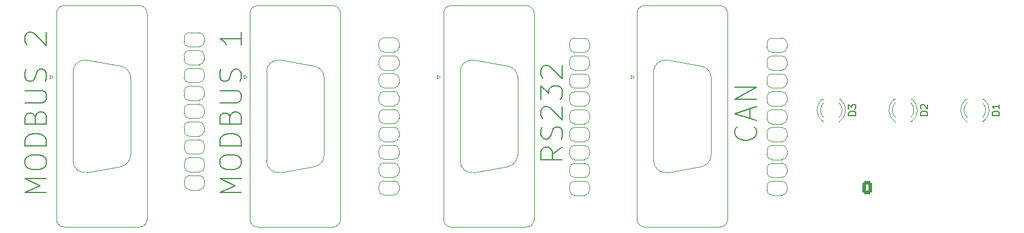
<source format=gto>
G04 #@! TF.GenerationSoftware,KiCad,Pcbnew,8.0.8*
G04 #@! TF.CreationDate,2025-02-25T20:07:16+01:00*
G04 #@! TF.ProjectId,OverlordInterface,4f766572-6c6f-4726-9449-6e7465726661,rev?*
G04 #@! TF.SameCoordinates,Original*
G04 #@! TF.FileFunction,Legend,Top*
G04 #@! TF.FilePolarity,Positive*
%FSLAX46Y46*%
G04 Gerber Fmt 4.6, Leading zero omitted, Abs format (unit mm)*
G04 Created by KiCad (PCBNEW 8.0.8) date 2025-02-25 20:07:16*
%MOMM*%
%LPD*%
G01*
G04 APERTURE LIST*
G04 Aperture macros list*
%AMRoundRect*
0 Rectangle with rounded corners*
0 $1 Rounding radius*
0 $2 $3 $4 $5 $6 $7 $8 $9 X,Y pos of 4 corners*
0 Add a 4 corners polygon primitive as box body*
4,1,4,$2,$3,$4,$5,$6,$7,$8,$9,$2,$3,0*
0 Add four circle primitives for the rounded corners*
1,1,$1+$1,$2,$3*
1,1,$1+$1,$4,$5*
1,1,$1+$1,$6,$7*
1,1,$1+$1,$8,$9*
0 Add four rect primitives between the rounded corners*
20,1,$1+$1,$2,$3,$4,$5,0*
20,1,$1+$1,$4,$5,$6,$7,0*
20,1,$1+$1,$6,$7,$8,$9,0*
20,1,$1+$1,$8,$9,$2,$3,0*%
%AMFreePoly0*
4,1,19,0.500000,-0.750000,0.000000,-0.750000,0.000000,-0.744911,-0.071157,-0.744911,-0.207708,-0.704816,-0.327430,-0.627875,-0.420627,-0.520320,-0.479746,-0.390866,-0.500000,-0.250000,-0.500000,0.250000,-0.479746,0.390866,-0.420627,0.520320,-0.327430,0.627875,-0.207708,0.704816,-0.071157,0.744911,0.000000,0.744911,0.000000,0.750000,0.500000,0.750000,0.500000,-0.750000,0.500000,-0.750000,
$1*%
%AMFreePoly1*
4,1,19,0.000000,0.744911,0.071157,0.744911,0.207708,0.704816,0.327430,0.627875,0.420627,0.520320,0.479746,0.390866,0.500000,0.250000,0.500000,-0.250000,0.479746,-0.390866,0.420627,-0.520320,0.327430,-0.627875,0.207708,-0.704816,0.071157,-0.744911,0.000000,-0.744911,0.000000,-0.750000,-0.500000,-0.750000,-0.500000,0.750000,0.000000,0.750000,0.000000,0.744911,0.000000,0.744911,
$1*%
G04 Aperture macros list end*
%ADD10C,0.150000*%
%ADD11C,0.120000*%
%ADD12FreePoly0,180.000000*%
%ADD13FreePoly1,180.000000*%
%ADD14R,1.800000X1.800000*%
%ADD15C,1.800000*%
%ADD16C,4.000000*%
%ADD17R,1.600000X1.600000*%
%ADD18C,1.600000*%
%ADD19C,1.500000*%
%ADD20RoundRect,0.250000X-0.400000X0.650000X-0.400000X-0.650000X0.400000X-0.650000X0.400000X0.650000X0*%
%ADD21O,1.300000X1.800000*%
G04 APERTURE END LIST*
D10*
X164365057Y-97524173D02*
X162936485Y-98524173D01*
X164365057Y-99238459D02*
X161365057Y-99238459D01*
X161365057Y-99238459D02*
X161365057Y-98095602D01*
X161365057Y-98095602D02*
X161507914Y-97809887D01*
X161507914Y-97809887D02*
X161650771Y-97667030D01*
X161650771Y-97667030D02*
X161936485Y-97524173D01*
X161936485Y-97524173D02*
X162365057Y-97524173D01*
X162365057Y-97524173D02*
X162650771Y-97667030D01*
X162650771Y-97667030D02*
X162793628Y-97809887D01*
X162793628Y-97809887D02*
X162936485Y-98095602D01*
X162936485Y-98095602D02*
X162936485Y-99238459D01*
X164222200Y-96381316D02*
X164365057Y-95952745D01*
X164365057Y-95952745D02*
X164365057Y-95238459D01*
X164365057Y-95238459D02*
X164222200Y-94952745D01*
X164222200Y-94952745D02*
X164079342Y-94809887D01*
X164079342Y-94809887D02*
X163793628Y-94667030D01*
X163793628Y-94667030D02*
X163507914Y-94667030D01*
X163507914Y-94667030D02*
X163222200Y-94809887D01*
X163222200Y-94809887D02*
X163079342Y-94952745D01*
X163079342Y-94952745D02*
X162936485Y-95238459D01*
X162936485Y-95238459D02*
X162793628Y-95809887D01*
X162793628Y-95809887D02*
X162650771Y-96095602D01*
X162650771Y-96095602D02*
X162507914Y-96238459D01*
X162507914Y-96238459D02*
X162222200Y-96381316D01*
X162222200Y-96381316D02*
X161936485Y-96381316D01*
X161936485Y-96381316D02*
X161650771Y-96238459D01*
X161650771Y-96238459D02*
X161507914Y-96095602D01*
X161507914Y-96095602D02*
X161365057Y-95809887D01*
X161365057Y-95809887D02*
X161365057Y-95095602D01*
X161365057Y-95095602D02*
X161507914Y-94667030D01*
X161650771Y-93524173D02*
X161507914Y-93381316D01*
X161507914Y-93381316D02*
X161365057Y-93095602D01*
X161365057Y-93095602D02*
X161365057Y-92381316D01*
X161365057Y-92381316D02*
X161507914Y-92095602D01*
X161507914Y-92095602D02*
X161650771Y-91952744D01*
X161650771Y-91952744D02*
X161936485Y-91809887D01*
X161936485Y-91809887D02*
X162222200Y-91809887D01*
X162222200Y-91809887D02*
X162650771Y-91952744D01*
X162650771Y-91952744D02*
X164365057Y-93667030D01*
X164365057Y-93667030D02*
X164365057Y-91809887D01*
X161365057Y-90809887D02*
X161365057Y-88952744D01*
X161365057Y-88952744D02*
X162507914Y-89952744D01*
X162507914Y-89952744D02*
X162507914Y-89524173D01*
X162507914Y-89524173D02*
X162650771Y-89238459D01*
X162650771Y-89238459D02*
X162793628Y-89095601D01*
X162793628Y-89095601D02*
X163079342Y-88952744D01*
X163079342Y-88952744D02*
X163793628Y-88952744D01*
X163793628Y-88952744D02*
X164079342Y-89095601D01*
X164079342Y-89095601D02*
X164222200Y-89238459D01*
X164222200Y-89238459D02*
X164365057Y-89524173D01*
X164365057Y-89524173D02*
X164365057Y-90381316D01*
X164365057Y-90381316D02*
X164222200Y-90667030D01*
X164222200Y-90667030D02*
X164079342Y-90809887D01*
X161650771Y-87809887D02*
X161507914Y-87667030D01*
X161507914Y-87667030D02*
X161365057Y-87381316D01*
X161365057Y-87381316D02*
X161365057Y-86667030D01*
X161365057Y-86667030D02*
X161507914Y-86381316D01*
X161507914Y-86381316D02*
X161650771Y-86238458D01*
X161650771Y-86238458D02*
X161936485Y-86095601D01*
X161936485Y-86095601D02*
X162222200Y-86095601D01*
X162222200Y-86095601D02*
X162650771Y-86238458D01*
X162650771Y-86238458D02*
X164365057Y-87952744D01*
X164365057Y-87952744D02*
X164365057Y-86095601D01*
X191099342Y-94667030D02*
X191242200Y-94809887D01*
X191242200Y-94809887D02*
X191385057Y-95238459D01*
X191385057Y-95238459D02*
X191385057Y-95524173D01*
X191385057Y-95524173D02*
X191242200Y-95952744D01*
X191242200Y-95952744D02*
X190956485Y-96238459D01*
X190956485Y-96238459D02*
X190670771Y-96381316D01*
X190670771Y-96381316D02*
X190099342Y-96524173D01*
X190099342Y-96524173D02*
X189670771Y-96524173D01*
X189670771Y-96524173D02*
X189099342Y-96381316D01*
X189099342Y-96381316D02*
X188813628Y-96238459D01*
X188813628Y-96238459D02*
X188527914Y-95952744D01*
X188527914Y-95952744D02*
X188385057Y-95524173D01*
X188385057Y-95524173D02*
X188385057Y-95238459D01*
X188385057Y-95238459D02*
X188527914Y-94809887D01*
X188527914Y-94809887D02*
X188670771Y-94667030D01*
X190527914Y-93524173D02*
X190527914Y-92095602D01*
X191385057Y-93809887D02*
X188385057Y-92809887D01*
X188385057Y-92809887D02*
X191385057Y-91809887D01*
X191385057Y-90809887D02*
X188385057Y-90809887D01*
X188385057Y-90809887D02*
X191385057Y-89095601D01*
X191385057Y-89095601D02*
X188385057Y-89095601D01*
X119625057Y-103877030D02*
X116625057Y-103877030D01*
X116625057Y-103877030D02*
X118767914Y-102877030D01*
X118767914Y-102877030D02*
X116625057Y-101877030D01*
X116625057Y-101877030D02*
X119625057Y-101877030D01*
X116625057Y-99877030D02*
X116625057Y-99305602D01*
X116625057Y-99305602D02*
X116767914Y-99019887D01*
X116767914Y-99019887D02*
X117053628Y-98734173D01*
X117053628Y-98734173D02*
X117625057Y-98591316D01*
X117625057Y-98591316D02*
X118625057Y-98591316D01*
X118625057Y-98591316D02*
X119196485Y-98734173D01*
X119196485Y-98734173D02*
X119482200Y-99019887D01*
X119482200Y-99019887D02*
X119625057Y-99305602D01*
X119625057Y-99305602D02*
X119625057Y-99877030D01*
X119625057Y-99877030D02*
X119482200Y-100162745D01*
X119482200Y-100162745D02*
X119196485Y-100448459D01*
X119196485Y-100448459D02*
X118625057Y-100591316D01*
X118625057Y-100591316D02*
X117625057Y-100591316D01*
X117625057Y-100591316D02*
X117053628Y-100448459D01*
X117053628Y-100448459D02*
X116767914Y-100162745D01*
X116767914Y-100162745D02*
X116625057Y-99877030D01*
X119625057Y-97305602D02*
X116625057Y-97305602D01*
X116625057Y-97305602D02*
X116625057Y-96591316D01*
X116625057Y-96591316D02*
X116767914Y-96162745D01*
X116767914Y-96162745D02*
X117053628Y-95877030D01*
X117053628Y-95877030D02*
X117339342Y-95734173D01*
X117339342Y-95734173D02*
X117910771Y-95591316D01*
X117910771Y-95591316D02*
X118339342Y-95591316D01*
X118339342Y-95591316D02*
X118910771Y-95734173D01*
X118910771Y-95734173D02*
X119196485Y-95877030D01*
X119196485Y-95877030D02*
X119482200Y-96162745D01*
X119482200Y-96162745D02*
X119625057Y-96591316D01*
X119625057Y-96591316D02*
X119625057Y-97305602D01*
X118053628Y-93305602D02*
X118196485Y-92877030D01*
X118196485Y-92877030D02*
X118339342Y-92734173D01*
X118339342Y-92734173D02*
X118625057Y-92591316D01*
X118625057Y-92591316D02*
X119053628Y-92591316D01*
X119053628Y-92591316D02*
X119339342Y-92734173D01*
X119339342Y-92734173D02*
X119482200Y-92877030D01*
X119482200Y-92877030D02*
X119625057Y-93162745D01*
X119625057Y-93162745D02*
X119625057Y-94305602D01*
X119625057Y-94305602D02*
X116625057Y-94305602D01*
X116625057Y-94305602D02*
X116625057Y-93305602D01*
X116625057Y-93305602D02*
X116767914Y-93019888D01*
X116767914Y-93019888D02*
X116910771Y-92877030D01*
X116910771Y-92877030D02*
X117196485Y-92734173D01*
X117196485Y-92734173D02*
X117482200Y-92734173D01*
X117482200Y-92734173D02*
X117767914Y-92877030D01*
X117767914Y-92877030D02*
X117910771Y-93019888D01*
X117910771Y-93019888D02*
X118053628Y-93305602D01*
X118053628Y-93305602D02*
X118053628Y-94305602D01*
X116625057Y-91305602D02*
X119053628Y-91305602D01*
X119053628Y-91305602D02*
X119339342Y-91162745D01*
X119339342Y-91162745D02*
X119482200Y-91019888D01*
X119482200Y-91019888D02*
X119625057Y-90734173D01*
X119625057Y-90734173D02*
X119625057Y-90162745D01*
X119625057Y-90162745D02*
X119482200Y-89877030D01*
X119482200Y-89877030D02*
X119339342Y-89734173D01*
X119339342Y-89734173D02*
X119053628Y-89591316D01*
X119053628Y-89591316D02*
X116625057Y-89591316D01*
X119482200Y-88305602D02*
X119625057Y-87877031D01*
X119625057Y-87877031D02*
X119625057Y-87162745D01*
X119625057Y-87162745D02*
X119482200Y-86877031D01*
X119482200Y-86877031D02*
X119339342Y-86734173D01*
X119339342Y-86734173D02*
X119053628Y-86591316D01*
X119053628Y-86591316D02*
X118767914Y-86591316D01*
X118767914Y-86591316D02*
X118482200Y-86734173D01*
X118482200Y-86734173D02*
X118339342Y-86877031D01*
X118339342Y-86877031D02*
X118196485Y-87162745D01*
X118196485Y-87162745D02*
X118053628Y-87734173D01*
X118053628Y-87734173D02*
X117910771Y-88019888D01*
X117910771Y-88019888D02*
X117767914Y-88162745D01*
X117767914Y-88162745D02*
X117482200Y-88305602D01*
X117482200Y-88305602D02*
X117196485Y-88305602D01*
X117196485Y-88305602D02*
X116910771Y-88162745D01*
X116910771Y-88162745D02*
X116767914Y-88019888D01*
X116767914Y-88019888D02*
X116625057Y-87734173D01*
X116625057Y-87734173D02*
X116625057Y-87019888D01*
X116625057Y-87019888D02*
X116767914Y-86591316D01*
X119625057Y-81448459D02*
X119625057Y-83162745D01*
X119625057Y-82305602D02*
X116625057Y-82305602D01*
X116625057Y-82305602D02*
X117053628Y-82591316D01*
X117053628Y-82591316D02*
X117339342Y-82877031D01*
X117339342Y-82877031D02*
X117482200Y-83162745D01*
X92485057Y-103877030D02*
X89485057Y-103877030D01*
X89485057Y-103877030D02*
X91627914Y-102877030D01*
X91627914Y-102877030D02*
X89485057Y-101877030D01*
X89485057Y-101877030D02*
X92485057Y-101877030D01*
X89485057Y-99877030D02*
X89485057Y-99305602D01*
X89485057Y-99305602D02*
X89627914Y-99019887D01*
X89627914Y-99019887D02*
X89913628Y-98734173D01*
X89913628Y-98734173D02*
X90485057Y-98591316D01*
X90485057Y-98591316D02*
X91485057Y-98591316D01*
X91485057Y-98591316D02*
X92056485Y-98734173D01*
X92056485Y-98734173D02*
X92342200Y-99019887D01*
X92342200Y-99019887D02*
X92485057Y-99305602D01*
X92485057Y-99305602D02*
X92485057Y-99877030D01*
X92485057Y-99877030D02*
X92342200Y-100162745D01*
X92342200Y-100162745D02*
X92056485Y-100448459D01*
X92056485Y-100448459D02*
X91485057Y-100591316D01*
X91485057Y-100591316D02*
X90485057Y-100591316D01*
X90485057Y-100591316D02*
X89913628Y-100448459D01*
X89913628Y-100448459D02*
X89627914Y-100162745D01*
X89627914Y-100162745D02*
X89485057Y-99877030D01*
X92485057Y-97305602D02*
X89485057Y-97305602D01*
X89485057Y-97305602D02*
X89485057Y-96591316D01*
X89485057Y-96591316D02*
X89627914Y-96162745D01*
X89627914Y-96162745D02*
X89913628Y-95877030D01*
X89913628Y-95877030D02*
X90199342Y-95734173D01*
X90199342Y-95734173D02*
X90770771Y-95591316D01*
X90770771Y-95591316D02*
X91199342Y-95591316D01*
X91199342Y-95591316D02*
X91770771Y-95734173D01*
X91770771Y-95734173D02*
X92056485Y-95877030D01*
X92056485Y-95877030D02*
X92342200Y-96162745D01*
X92342200Y-96162745D02*
X92485057Y-96591316D01*
X92485057Y-96591316D02*
X92485057Y-97305602D01*
X90913628Y-93305602D02*
X91056485Y-92877030D01*
X91056485Y-92877030D02*
X91199342Y-92734173D01*
X91199342Y-92734173D02*
X91485057Y-92591316D01*
X91485057Y-92591316D02*
X91913628Y-92591316D01*
X91913628Y-92591316D02*
X92199342Y-92734173D01*
X92199342Y-92734173D02*
X92342200Y-92877030D01*
X92342200Y-92877030D02*
X92485057Y-93162745D01*
X92485057Y-93162745D02*
X92485057Y-94305602D01*
X92485057Y-94305602D02*
X89485057Y-94305602D01*
X89485057Y-94305602D02*
X89485057Y-93305602D01*
X89485057Y-93305602D02*
X89627914Y-93019888D01*
X89627914Y-93019888D02*
X89770771Y-92877030D01*
X89770771Y-92877030D02*
X90056485Y-92734173D01*
X90056485Y-92734173D02*
X90342200Y-92734173D01*
X90342200Y-92734173D02*
X90627914Y-92877030D01*
X90627914Y-92877030D02*
X90770771Y-93019888D01*
X90770771Y-93019888D02*
X90913628Y-93305602D01*
X90913628Y-93305602D02*
X90913628Y-94305602D01*
X89485057Y-91305602D02*
X91913628Y-91305602D01*
X91913628Y-91305602D02*
X92199342Y-91162745D01*
X92199342Y-91162745D02*
X92342200Y-91019888D01*
X92342200Y-91019888D02*
X92485057Y-90734173D01*
X92485057Y-90734173D02*
X92485057Y-90162745D01*
X92485057Y-90162745D02*
X92342200Y-89877030D01*
X92342200Y-89877030D02*
X92199342Y-89734173D01*
X92199342Y-89734173D02*
X91913628Y-89591316D01*
X91913628Y-89591316D02*
X89485057Y-89591316D01*
X92342200Y-88305602D02*
X92485057Y-87877031D01*
X92485057Y-87877031D02*
X92485057Y-87162745D01*
X92485057Y-87162745D02*
X92342200Y-86877031D01*
X92342200Y-86877031D02*
X92199342Y-86734173D01*
X92199342Y-86734173D02*
X91913628Y-86591316D01*
X91913628Y-86591316D02*
X91627914Y-86591316D01*
X91627914Y-86591316D02*
X91342200Y-86734173D01*
X91342200Y-86734173D02*
X91199342Y-86877031D01*
X91199342Y-86877031D02*
X91056485Y-87162745D01*
X91056485Y-87162745D02*
X90913628Y-87734173D01*
X90913628Y-87734173D02*
X90770771Y-88019888D01*
X90770771Y-88019888D02*
X90627914Y-88162745D01*
X90627914Y-88162745D02*
X90342200Y-88305602D01*
X90342200Y-88305602D02*
X90056485Y-88305602D01*
X90056485Y-88305602D02*
X89770771Y-88162745D01*
X89770771Y-88162745D02*
X89627914Y-88019888D01*
X89627914Y-88019888D02*
X89485057Y-87734173D01*
X89485057Y-87734173D02*
X89485057Y-87019888D01*
X89485057Y-87019888D02*
X89627914Y-86591316D01*
X89770771Y-83162745D02*
X89627914Y-83019888D01*
X89627914Y-83019888D02*
X89485057Y-82734174D01*
X89485057Y-82734174D02*
X89485057Y-82019888D01*
X89485057Y-82019888D02*
X89627914Y-81734174D01*
X89627914Y-81734174D02*
X89770771Y-81591316D01*
X89770771Y-81591316D02*
X90056485Y-81448459D01*
X90056485Y-81448459D02*
X90342200Y-81448459D01*
X90342200Y-81448459D02*
X90770771Y-81591316D01*
X90770771Y-81591316D02*
X92485057Y-83305602D01*
X92485057Y-83305602D02*
X92485057Y-81448459D01*
X215244819Y-93063094D02*
X214244819Y-93063094D01*
X214244819Y-93063094D02*
X214244819Y-92824999D01*
X214244819Y-92824999D02*
X214292438Y-92682142D01*
X214292438Y-92682142D02*
X214387676Y-92586904D01*
X214387676Y-92586904D02*
X214482914Y-92539285D01*
X214482914Y-92539285D02*
X214673390Y-92491666D01*
X214673390Y-92491666D02*
X214816247Y-92491666D01*
X214816247Y-92491666D02*
X215006723Y-92539285D01*
X215006723Y-92539285D02*
X215101961Y-92586904D01*
X215101961Y-92586904D02*
X215197200Y-92682142D01*
X215197200Y-92682142D02*
X215244819Y-92824999D01*
X215244819Y-92824999D02*
X215244819Y-93063094D01*
X214340057Y-92110713D02*
X214292438Y-92063094D01*
X214292438Y-92063094D02*
X214244819Y-91967856D01*
X214244819Y-91967856D02*
X214244819Y-91729761D01*
X214244819Y-91729761D02*
X214292438Y-91634523D01*
X214292438Y-91634523D02*
X214340057Y-91586904D01*
X214340057Y-91586904D02*
X214435295Y-91539285D01*
X214435295Y-91539285D02*
X214530533Y-91539285D01*
X214530533Y-91539285D02*
X214673390Y-91586904D01*
X214673390Y-91586904D02*
X215244819Y-92158332D01*
X215244819Y-92158332D02*
X215244819Y-91539285D01*
X225244819Y-93063094D02*
X224244819Y-93063094D01*
X224244819Y-93063094D02*
X224244819Y-92824999D01*
X224244819Y-92824999D02*
X224292438Y-92682142D01*
X224292438Y-92682142D02*
X224387676Y-92586904D01*
X224387676Y-92586904D02*
X224482914Y-92539285D01*
X224482914Y-92539285D02*
X224673390Y-92491666D01*
X224673390Y-92491666D02*
X224816247Y-92491666D01*
X224816247Y-92491666D02*
X225006723Y-92539285D01*
X225006723Y-92539285D02*
X225101961Y-92586904D01*
X225101961Y-92586904D02*
X225197200Y-92682142D01*
X225197200Y-92682142D02*
X225244819Y-92824999D01*
X225244819Y-92824999D02*
X225244819Y-93063094D01*
X225244819Y-91539285D02*
X225244819Y-92110713D01*
X225244819Y-91824999D02*
X224244819Y-91824999D01*
X224244819Y-91824999D02*
X224387676Y-91920237D01*
X224387676Y-91920237D02*
X224482914Y-92015475D01*
X224482914Y-92015475D02*
X224530533Y-92110713D01*
X205244819Y-93063094D02*
X204244819Y-93063094D01*
X204244819Y-93063094D02*
X204244819Y-92824999D01*
X204244819Y-92824999D02*
X204292438Y-92682142D01*
X204292438Y-92682142D02*
X204387676Y-92586904D01*
X204387676Y-92586904D02*
X204482914Y-92539285D01*
X204482914Y-92539285D02*
X204673390Y-92491666D01*
X204673390Y-92491666D02*
X204816247Y-92491666D01*
X204816247Y-92491666D02*
X205006723Y-92539285D01*
X205006723Y-92539285D02*
X205101961Y-92586904D01*
X205101961Y-92586904D02*
X205197200Y-92682142D01*
X205197200Y-92682142D02*
X205244819Y-92824999D01*
X205244819Y-92824999D02*
X205244819Y-93063094D01*
X204244819Y-92158332D02*
X204244819Y-91539285D01*
X204244819Y-91539285D02*
X204625771Y-91872618D01*
X204625771Y-91872618D02*
X204625771Y-91729761D01*
X204625771Y-91729761D02*
X204673390Y-91634523D01*
X204673390Y-91634523D02*
X204721009Y-91586904D01*
X204721009Y-91586904D02*
X204816247Y-91539285D01*
X204816247Y-91539285D02*
X205054342Y-91539285D01*
X205054342Y-91539285D02*
X205149580Y-91586904D01*
X205149580Y-91586904D02*
X205197200Y-91634523D01*
X205197200Y-91634523D02*
X205244819Y-91729761D01*
X205244819Y-91729761D02*
X205244819Y-92015475D01*
X205244819Y-92015475D02*
X205197200Y-92110713D01*
X205197200Y-92110713D02*
X205149580Y-92158332D01*
D11*
X138800000Y-96005001D02*
X138800000Y-95404999D01*
X139500000Y-94705000D02*
X140900000Y-94705000D01*
X140900000Y-96705000D02*
X139500000Y-96705000D01*
X141600000Y-95404999D02*
X141600000Y-96005001D01*
X138800000Y-95404999D02*
G75*
G02*
X139500000Y-94705000I700000J-1D01*
G01*
X139500000Y-96705000D02*
G75*
G02*
X138800000Y-96005001I0J700000D01*
G01*
X140900000Y-94705000D02*
G75*
G02*
X141600000Y-95404999I1J-699999D01*
G01*
X141600000Y-96005001D02*
G75*
G02*
X140900000Y-96705000I-699999J0D01*
G01*
X111650000Y-82768376D02*
X111650000Y-82168374D01*
X112350000Y-81468375D02*
X113750000Y-81468375D01*
X113750000Y-83468375D02*
X112350000Y-83468375D01*
X114450000Y-82168374D02*
X114450000Y-82768376D01*
X111650000Y-82168374D02*
G75*
G02*
X112350000Y-81468375I700000J-1D01*
G01*
X112350000Y-83468375D02*
G75*
G02*
X111650000Y-82768376I0J700000D01*
G01*
X113750000Y-81468375D02*
G75*
G02*
X114450000Y-82168374I1J-699999D01*
G01*
X114450000Y-82768376D02*
G75*
G02*
X113750000Y-83468375I-699999J0D01*
G01*
X210750000Y-90765000D02*
X210594000Y-90765000D01*
X213066000Y-90765000D02*
X212910000Y-90765000D01*
X210749939Y-93996397D02*
G75*
G02*
X210594484Y-90765000I1080061J1671397D01*
G01*
X210749951Y-93365910D02*
G75*
G02*
X210750000Y-91284039I1080049J1040910D01*
G01*
X212910000Y-91284039D02*
G75*
G02*
X212910049Y-93365910I-1080000J-1040961D01*
G01*
X213065516Y-90765000D02*
G75*
G02*
X212910061Y-93996397I-1235516J-1560000D01*
G01*
X138800000Y-88505001D02*
X138800000Y-87904999D01*
X139500000Y-87205000D02*
X140900000Y-87205000D01*
X140900000Y-89205000D02*
X139500000Y-89205000D01*
X141600000Y-87904999D02*
X141600000Y-88505001D01*
X138800000Y-87904999D02*
G75*
G02*
X139500000Y-87205000I700000J-1D01*
G01*
X139500000Y-89205000D02*
G75*
G02*
X138800000Y-88505001I0J700000D01*
G01*
X140900000Y-87205000D02*
G75*
G02*
X141600000Y-87904999I1J-699999D01*
G01*
X141600000Y-88505001D02*
G75*
G02*
X140900000Y-89205000I-699999J0D01*
G01*
X111650000Y-92768374D02*
X111650000Y-92168372D01*
X112350000Y-91468373D02*
X113750000Y-91468373D01*
X113750000Y-93468373D02*
X112350000Y-93468373D01*
X114450000Y-92168372D02*
X114450000Y-92768374D01*
X111650000Y-92168372D02*
G75*
G02*
X112350000Y-91468373I700000J-1D01*
G01*
X112350000Y-93468373D02*
G75*
G02*
X111650000Y-92768374I0J700000D01*
G01*
X113750000Y-91468373D02*
G75*
G02*
X114450000Y-92168372I1J-699999D01*
G01*
X114450000Y-92768374D02*
G75*
G02*
X113750000Y-93468373I-699999J0D01*
G01*
X165349999Y-98540001D02*
X165349999Y-97939999D01*
X166049999Y-97240000D02*
X167449999Y-97240000D01*
X167449999Y-99240000D02*
X166049999Y-99240000D01*
X168149999Y-97939999D02*
X168149999Y-98540001D01*
X165349999Y-97939999D02*
G75*
G02*
X166049999Y-97240000I700000J-1D01*
G01*
X166049999Y-99240000D02*
G75*
G02*
X165349999Y-98540001I0J700000D01*
G01*
X167449999Y-97240000D02*
G75*
G02*
X168149999Y-97939999I1J-699999D01*
G01*
X168149999Y-98540001D02*
G75*
G02*
X167449999Y-99240000I-699999J0D01*
G01*
X192849999Y-101040001D02*
X192849999Y-100439999D01*
X193549999Y-99740000D02*
X194949999Y-99740000D01*
X194949999Y-101740000D02*
X193549999Y-101740000D01*
X195649999Y-100439999D02*
X195649999Y-101040001D01*
X192849999Y-100439999D02*
G75*
G02*
X193549999Y-99740000I700000J-1D01*
G01*
X193549999Y-101740000D02*
G75*
G02*
X192849999Y-101040001I0J700000D01*
G01*
X194949999Y-99740000D02*
G75*
G02*
X195649999Y-100439999I1J-699999D01*
G01*
X195649999Y-101040001D02*
G75*
G02*
X194949999Y-101740000I-699999J0D01*
G01*
X220750000Y-90765000D02*
X220594000Y-90765000D01*
X223066000Y-90765000D02*
X222910000Y-90765000D01*
X220749939Y-93996397D02*
G75*
G02*
X220594484Y-90765000I1080061J1671397D01*
G01*
X220749951Y-93365910D02*
G75*
G02*
X220750000Y-91284039I1080049J1040910D01*
G01*
X222910000Y-91284039D02*
G75*
G02*
X222910049Y-93365910I-1080000J-1040961D01*
G01*
X223065516Y-90765000D02*
G75*
G02*
X222910061Y-93996397I-1235516J-1560000D01*
G01*
X192849999Y-88540001D02*
X192849999Y-87939999D01*
X193549999Y-87240000D02*
X194949999Y-87240000D01*
X194949999Y-89240000D02*
X193549999Y-89240000D01*
X195649999Y-87939999D02*
X195649999Y-88540001D01*
X192849999Y-87939999D02*
G75*
G02*
X193549999Y-87240000I700000J-1D01*
G01*
X193549999Y-89240000D02*
G75*
G02*
X192849999Y-88540001I0J700000D01*
G01*
X194949999Y-87240000D02*
G75*
G02*
X195649999Y-87939999I1J-699999D01*
G01*
X195649999Y-88540001D02*
G75*
G02*
X194949999Y-89240000I-699999J0D01*
G01*
X192849999Y-91040001D02*
X192849999Y-90439999D01*
X193549999Y-89740000D02*
X194949999Y-89740000D01*
X194949999Y-91740000D02*
X193549999Y-91740000D01*
X195649999Y-90439999D02*
X195649999Y-91040001D01*
X192849999Y-90439999D02*
G75*
G02*
X193549999Y-89740000I700000J-1D01*
G01*
X193549999Y-91740000D02*
G75*
G02*
X192849999Y-91040001I0J700000D01*
G01*
X194949999Y-89740000D02*
G75*
G02*
X195649999Y-90439999I1J-699999D01*
G01*
X195649999Y-91040001D02*
G75*
G02*
X194949999Y-91740000I-699999J0D01*
G01*
X192849999Y-93540001D02*
X192849999Y-92939999D01*
X193549999Y-92240000D02*
X194949999Y-92240000D01*
X194949999Y-94240000D02*
X193549999Y-94240000D01*
X195649999Y-92939999D02*
X195649999Y-93540001D01*
X192849999Y-92939999D02*
G75*
G02*
X193549999Y-92240000I700000J-1D01*
G01*
X193549999Y-94240000D02*
G75*
G02*
X192849999Y-93540001I0J700000D01*
G01*
X194949999Y-92240000D02*
G75*
G02*
X195649999Y-92939999I1J-699999D01*
G01*
X195649999Y-93540001D02*
G75*
G02*
X194949999Y-94240000I-699999J0D01*
G01*
X138800000Y-98505001D02*
X138800000Y-97904999D01*
X139500000Y-97205000D02*
X140900000Y-97205000D01*
X140900000Y-99205000D02*
X139500000Y-99205000D01*
X141600000Y-97904999D02*
X141600000Y-98505001D01*
X138800000Y-97904999D02*
G75*
G02*
X139500000Y-97205000I700000J-1D01*
G01*
X139500000Y-99205000D02*
G75*
G02*
X138800000Y-98505001I0J700000D01*
G01*
X140900000Y-97205000D02*
G75*
G02*
X141600000Y-97904999I1J-699999D01*
G01*
X141600000Y-98505001D02*
G75*
G02*
X140900000Y-99205000I-699999J0D01*
G01*
X138800000Y-91005001D02*
X138800000Y-90404999D01*
X139500000Y-89705000D02*
X140900000Y-89705000D01*
X140900000Y-91705000D02*
X139500000Y-91705000D01*
X141600000Y-90404999D02*
X141600000Y-91005001D01*
X138800000Y-90404999D02*
G75*
G02*
X139500000Y-89705000I700000J-1D01*
G01*
X139500000Y-91705000D02*
G75*
G02*
X138800000Y-91005001I0J700000D01*
G01*
X140900000Y-89705000D02*
G75*
G02*
X141600000Y-90404999I1J-699999D01*
G01*
X141600000Y-91005001D02*
G75*
G02*
X140900000Y-91705000I-699999J0D01*
G01*
X92985662Y-87405000D02*
X93418675Y-87655000D01*
X92985662Y-87905000D02*
X92985662Y-87405000D01*
X93418675Y-87655000D02*
X92985662Y-87905000D01*
X93880000Y-107620000D02*
X93880000Y-78770000D01*
X94940000Y-77710000D02*
X105440000Y-77710000D01*
X96180000Y-99426689D02*
X96180000Y-86963311D01*
X98128256Y-85328530D02*
X102828256Y-86157267D01*
X98128256Y-101061470D02*
X102828256Y-100232733D01*
X104200000Y-98597952D02*
X104200000Y-87792048D01*
X105440000Y-108680000D02*
X94940000Y-108680000D01*
X106500000Y-78770000D02*
X106500000Y-107620000D01*
X93880000Y-78770000D02*
G75*
G02*
X94940000Y-77710000I1060000J0D01*
G01*
X94940000Y-108680000D02*
G75*
G02*
X93880000Y-107620000I1J1060001D01*
G01*
X96180000Y-86963311D02*
G75*
G02*
X98128256Y-85328529I1660000J1D01*
G01*
X98128256Y-101061470D02*
G75*
G02*
X96180000Y-99426689I-288257J1634780D01*
G01*
X102828256Y-86157267D02*
G75*
G02*
X104200000Y-87792048I-288255J-1634780D01*
G01*
X104200000Y-98597952D02*
G75*
G02*
X102828256Y-100232733I-1659999J-1D01*
G01*
X105440000Y-77710000D02*
G75*
G02*
X106500000Y-78770000I0J-1060000D01*
G01*
X106500000Y-107620000D02*
G75*
G02*
X105440000Y-108680000I-1060001J1D01*
G01*
X173875662Y-87405000D02*
X174308675Y-87655000D01*
X173875662Y-87905000D02*
X173875662Y-87405000D01*
X174308675Y-87655000D02*
X173875662Y-87905000D01*
X174770000Y-107620000D02*
X174770000Y-78770000D01*
X175830000Y-77710000D02*
X186330000Y-77710000D01*
X177070000Y-99426689D02*
X177070000Y-86963311D01*
X179018256Y-85328530D02*
X183718256Y-86157267D01*
X179018256Y-101061470D02*
X183718256Y-100232733D01*
X185090000Y-98597952D02*
X185090000Y-87792048D01*
X186330000Y-108680000D02*
X175830000Y-108680000D01*
X187390000Y-78770000D02*
X187390000Y-107620000D01*
X174770000Y-78770000D02*
G75*
G02*
X175830000Y-77710000I1060000J0D01*
G01*
X175830000Y-108680000D02*
G75*
G02*
X174770000Y-107620000I1J1060001D01*
G01*
X177070000Y-86963311D02*
G75*
G02*
X179018256Y-85328529I1660000J1D01*
G01*
X179018256Y-101061470D02*
G75*
G02*
X177070000Y-99426689I-288257J1634780D01*
G01*
X183718256Y-86157267D02*
G75*
G02*
X185090000Y-87792048I-288255J-1634780D01*
G01*
X185090000Y-98597952D02*
G75*
G02*
X183718256Y-100232733I-1659999J-1D01*
G01*
X186330000Y-77710000D02*
G75*
G02*
X187390000Y-78770000I0J-1060000D01*
G01*
X187390000Y-107620000D02*
G75*
G02*
X186330000Y-108680000I-1060001J1D01*
G01*
X192849999Y-98540001D02*
X192849999Y-97939999D01*
X193549999Y-97240000D02*
X194949999Y-97240000D01*
X194949999Y-99240000D02*
X193549999Y-99240000D01*
X195649999Y-97939999D02*
X195649999Y-98540001D01*
X192849999Y-97939999D02*
G75*
G02*
X193549999Y-97240000I700000J-1D01*
G01*
X193549999Y-99240000D02*
G75*
G02*
X192849999Y-98540001I0J700000D01*
G01*
X194949999Y-97240000D02*
G75*
G02*
X195649999Y-97939999I1J-699999D01*
G01*
X195649999Y-98540001D02*
G75*
G02*
X194949999Y-99240000I-699999J0D01*
G01*
X119948995Y-87405000D02*
X120382008Y-87655000D01*
X119948995Y-87905000D02*
X119948995Y-87405000D01*
X120382008Y-87655000D02*
X119948995Y-87905000D01*
X120843333Y-107620000D02*
X120843333Y-78770000D01*
X121903333Y-77710000D02*
X132403333Y-77710000D01*
X123143333Y-99426689D02*
X123143333Y-86963311D01*
X125091589Y-85328530D02*
X129791589Y-86157267D01*
X125091589Y-101061470D02*
X129791589Y-100232733D01*
X131163333Y-98597952D02*
X131163333Y-87792048D01*
X132403333Y-108680000D02*
X121903333Y-108680000D01*
X133463333Y-78770000D02*
X133463333Y-107620000D01*
X120843333Y-78770000D02*
G75*
G02*
X121903333Y-77710000I1060000J0D01*
G01*
X121903333Y-108680000D02*
G75*
G02*
X120843333Y-107620000I1J1060001D01*
G01*
X123143333Y-86963311D02*
G75*
G02*
X125091589Y-85328529I1660000J1D01*
G01*
X125091589Y-101061470D02*
G75*
G02*
X123143333Y-99426689I-288257J1634780D01*
G01*
X129791589Y-86157267D02*
G75*
G02*
X131163333Y-87792048I-288255J-1634780D01*
G01*
X131163333Y-98597952D02*
G75*
G02*
X129791589Y-100232733I-1659999J-1D01*
G01*
X132403333Y-77710000D02*
G75*
G02*
X133463333Y-78770000I0J-1060000D01*
G01*
X133463333Y-107620000D02*
G75*
G02*
X132403333Y-108680000I-1060001J1D01*
G01*
X165349999Y-101040001D02*
X165349999Y-100439999D01*
X166049999Y-99740000D02*
X167449999Y-99740000D01*
X167449999Y-101740000D02*
X166049999Y-101740000D01*
X168149999Y-100439999D02*
X168149999Y-101040001D01*
X165349999Y-100439999D02*
G75*
G02*
X166049999Y-99740000I700000J-1D01*
G01*
X166049999Y-101740000D02*
G75*
G02*
X165349999Y-101040001I0J700000D01*
G01*
X167449999Y-99740000D02*
G75*
G02*
X168149999Y-100439999I1J-699999D01*
G01*
X168149999Y-101040001D02*
G75*
G02*
X167449999Y-101740000I-699999J0D01*
G01*
X165349999Y-88540001D02*
X165349999Y-87939999D01*
X166049999Y-87240000D02*
X167449999Y-87240000D01*
X167449999Y-89240000D02*
X166049999Y-89240000D01*
X168149999Y-87939999D02*
X168149999Y-88540001D01*
X165349999Y-87939999D02*
G75*
G02*
X166049999Y-87240000I700000J-1D01*
G01*
X166049999Y-89240000D02*
G75*
G02*
X165349999Y-88540001I0J700000D01*
G01*
X167449999Y-87240000D02*
G75*
G02*
X168149999Y-87939999I1J-699999D01*
G01*
X168149999Y-88540001D02*
G75*
G02*
X167449999Y-89240000I-699999J0D01*
G01*
X192849999Y-86040001D02*
X192849999Y-85439999D01*
X193549999Y-84740000D02*
X194949999Y-84740000D01*
X194949999Y-86740000D02*
X193549999Y-86740000D01*
X195649999Y-85439999D02*
X195649999Y-86040001D01*
X192849999Y-85439999D02*
G75*
G02*
X193549999Y-84740000I700000J-1D01*
G01*
X193549999Y-86740000D02*
G75*
G02*
X192849999Y-86040001I0J700000D01*
G01*
X194949999Y-84740000D02*
G75*
G02*
X195649999Y-85439999I1J-699999D01*
G01*
X195649999Y-86040001D02*
G75*
G02*
X194949999Y-86740000I-699999J0D01*
G01*
X111650000Y-87768377D02*
X111650000Y-87168375D01*
X112350000Y-86468376D02*
X113750000Y-86468376D01*
X113750000Y-88468376D02*
X112350000Y-88468376D01*
X114450000Y-87168375D02*
X114450000Y-87768377D01*
X111650000Y-87168375D02*
G75*
G02*
X112350000Y-86468376I700000J-1D01*
G01*
X112350000Y-88468376D02*
G75*
G02*
X111650000Y-87768377I0J700000D01*
G01*
X113750000Y-86468376D02*
G75*
G02*
X114450000Y-87168375I1J-699999D01*
G01*
X114450000Y-87768377D02*
G75*
G02*
X113750000Y-88468376I-699999J0D01*
G01*
X138800000Y-101005001D02*
X138800000Y-100404999D01*
X139500000Y-99705000D02*
X140900000Y-99705000D01*
X140900000Y-101705000D02*
X139500000Y-101705000D01*
X141600000Y-100404999D02*
X141600000Y-101005001D01*
X138800000Y-100404999D02*
G75*
G02*
X139500000Y-99705000I700000J-1D01*
G01*
X139500000Y-101705000D02*
G75*
G02*
X138800000Y-101005001I0J700000D01*
G01*
X140900000Y-99705000D02*
G75*
G02*
X141600000Y-100404999I1J-699999D01*
G01*
X141600000Y-101005001D02*
G75*
G02*
X140900000Y-101705000I-699999J0D01*
G01*
X111650000Y-90268374D02*
X111650000Y-89668372D01*
X112350000Y-88968373D02*
X113750000Y-88968373D01*
X113750000Y-90968373D02*
X112350000Y-90968373D01*
X114450000Y-89668372D02*
X114450000Y-90268374D01*
X111650000Y-89668372D02*
G75*
G02*
X112350000Y-88968373I700000J-1D01*
G01*
X112350000Y-90968373D02*
G75*
G02*
X111650000Y-90268374I0J700000D01*
G01*
X113750000Y-88968373D02*
G75*
G02*
X114450000Y-89668372I1J-699999D01*
G01*
X114450000Y-90268374D02*
G75*
G02*
X113750000Y-90968373I-699999J0D01*
G01*
X165349998Y-103540001D02*
X165349998Y-102939999D01*
X166049998Y-102240000D02*
X167449998Y-102240000D01*
X167449998Y-104240000D02*
X166049998Y-104240000D01*
X168149998Y-102939999D02*
X168149998Y-103540001D01*
X165349998Y-102939999D02*
G75*
G02*
X166049998Y-102240000I700000J-1D01*
G01*
X166049998Y-104240000D02*
G75*
G02*
X165349998Y-103540001I0J700000D01*
G01*
X167449998Y-102240000D02*
G75*
G02*
X168149998Y-102939999I1J-699999D01*
G01*
X168149998Y-103540001D02*
G75*
G02*
X167449998Y-104240000I-699999J0D01*
G01*
X138800000Y-103505001D02*
X138800000Y-102904999D01*
X139500000Y-102205000D02*
X140900000Y-102205000D01*
X140900000Y-104205000D02*
X139500000Y-104205000D01*
X141600000Y-102904999D02*
X141600000Y-103505001D01*
X138800000Y-102904999D02*
G75*
G02*
X139500000Y-102205000I700000J-1D01*
G01*
X139500000Y-104205000D02*
G75*
G02*
X138800000Y-103505001I0J700000D01*
G01*
X140900000Y-102205000D02*
G75*
G02*
X141600000Y-102904999I1J-699999D01*
G01*
X141600000Y-103505001D02*
G75*
G02*
X140900000Y-104205000I-699999J0D01*
G01*
X146912328Y-87405000D02*
X147345341Y-87655000D01*
X146912328Y-87905000D02*
X146912328Y-87405000D01*
X147345341Y-87655000D02*
X146912328Y-87905000D01*
X147806666Y-107620000D02*
X147806666Y-78770000D01*
X148866666Y-77710000D02*
X159366666Y-77710000D01*
X150106666Y-99426689D02*
X150106666Y-86963311D01*
X152054922Y-85328530D02*
X156754922Y-86157267D01*
X152054922Y-101061470D02*
X156754922Y-100232733D01*
X158126666Y-98597952D02*
X158126666Y-87792048D01*
X159366666Y-108680000D02*
X148866666Y-108680000D01*
X160426666Y-78770000D02*
X160426666Y-107620000D01*
X147806666Y-78770000D02*
G75*
G02*
X148866666Y-77710000I1060000J0D01*
G01*
X148866666Y-108680000D02*
G75*
G02*
X147806666Y-107620000I1J1060001D01*
G01*
X150106666Y-86963311D02*
G75*
G02*
X152054922Y-85328529I1660000J1D01*
G01*
X152054922Y-101061470D02*
G75*
G02*
X150106666Y-99426689I-288257J1634780D01*
G01*
X156754922Y-86157267D02*
G75*
G02*
X158126666Y-87792048I-288255J-1634780D01*
G01*
X158126666Y-98597952D02*
G75*
G02*
X156754922Y-100232733I-1659999J-1D01*
G01*
X159366666Y-77710000D02*
G75*
G02*
X160426666Y-78770000I0J-1060000D01*
G01*
X160426666Y-107620000D02*
G75*
G02*
X159366666Y-108680000I-1060001J1D01*
G01*
X165349999Y-86040001D02*
X165349999Y-85439999D01*
X166049999Y-84740000D02*
X167449999Y-84740000D01*
X167449999Y-86740000D02*
X166049999Y-86740000D01*
X168149999Y-85439999D02*
X168149999Y-86040001D01*
X165349999Y-85439999D02*
G75*
G02*
X166049999Y-84740000I700000J-1D01*
G01*
X166049999Y-86740000D02*
G75*
G02*
X165349999Y-86040001I0J700000D01*
G01*
X167449999Y-84740000D02*
G75*
G02*
X168149999Y-85439999I1J-699999D01*
G01*
X168149999Y-86040001D02*
G75*
G02*
X167449999Y-86740000I-699999J0D01*
G01*
X192849999Y-83540001D02*
X192849999Y-82939999D01*
X193549999Y-82240000D02*
X194949999Y-82240000D01*
X194949999Y-84240000D02*
X193549999Y-84240000D01*
X195649999Y-82939999D02*
X195649999Y-83540001D01*
X192849999Y-82939999D02*
G75*
G02*
X193549999Y-82240000I700000J-1D01*
G01*
X193549999Y-84240000D02*
G75*
G02*
X192849999Y-83540001I0J700000D01*
G01*
X194949999Y-82240000D02*
G75*
G02*
X195649999Y-82939999I1J-699999D01*
G01*
X195649999Y-83540001D02*
G75*
G02*
X194949999Y-84240000I-699999J0D01*
G01*
X138800000Y-86005001D02*
X138800000Y-85404999D01*
X139500000Y-84705000D02*
X140900000Y-84705000D01*
X140900000Y-86705000D02*
X139500000Y-86705000D01*
X141600000Y-85404999D02*
X141600000Y-86005001D01*
X138800000Y-85404999D02*
G75*
G02*
X139500000Y-84705000I700000J-1D01*
G01*
X139500000Y-86705000D02*
G75*
G02*
X138800000Y-86005001I0J700000D01*
G01*
X140900000Y-84705000D02*
G75*
G02*
X141600000Y-85404999I1J-699999D01*
G01*
X141600000Y-86005001D02*
G75*
G02*
X140900000Y-86705000I-699999J0D01*
G01*
X111700001Y-102768376D02*
X111700001Y-102168374D01*
X112400001Y-101468375D02*
X113800001Y-101468375D01*
X113800001Y-103468375D02*
X112400001Y-103468375D01*
X114500001Y-102168374D02*
X114500001Y-102768376D01*
X111700001Y-102168374D02*
G75*
G02*
X112400001Y-101468375I700000J-1D01*
G01*
X112400001Y-103468375D02*
G75*
G02*
X111700001Y-102768376I0J700000D01*
G01*
X113800001Y-101468375D02*
G75*
G02*
X114500001Y-102168374I1J-699999D01*
G01*
X114500001Y-102768376D02*
G75*
G02*
X113800001Y-103468375I-699999J0D01*
G01*
X192849999Y-103540001D02*
X192849999Y-102939999D01*
X193549999Y-102240000D02*
X194949999Y-102240000D01*
X194949999Y-104240000D02*
X193549999Y-104240000D01*
X195649999Y-102939999D02*
X195649999Y-103540001D01*
X192849999Y-102939999D02*
G75*
G02*
X193549999Y-102240000I700000J-1D01*
G01*
X193549999Y-104240000D02*
G75*
G02*
X192849999Y-103540001I0J700000D01*
G01*
X194949999Y-102240000D02*
G75*
G02*
X195649999Y-102939999I1J-699999D01*
G01*
X195649999Y-103540001D02*
G75*
G02*
X194949999Y-104240000I-699999J0D01*
G01*
X165349999Y-96040001D02*
X165349999Y-95439999D01*
X166049999Y-94740000D02*
X167449999Y-94740000D01*
X167449999Y-96740000D02*
X166049999Y-96740000D01*
X168149999Y-95439999D02*
X168149999Y-96040001D01*
X165349999Y-95439999D02*
G75*
G02*
X166049999Y-94740000I700000J-1D01*
G01*
X166049999Y-96740000D02*
G75*
G02*
X165349999Y-96040001I0J700000D01*
G01*
X167449999Y-94740000D02*
G75*
G02*
X168149999Y-95439999I1J-699999D01*
G01*
X168149999Y-96040001D02*
G75*
G02*
X167449999Y-96740000I-699999J0D01*
G01*
X165349999Y-93540001D02*
X165349999Y-92939999D01*
X166049999Y-92240000D02*
X167449999Y-92240000D01*
X167449999Y-94240000D02*
X166049999Y-94240000D01*
X168149999Y-92939999D02*
X168149999Y-93540001D01*
X165349999Y-92939999D02*
G75*
G02*
X166049999Y-92240000I700000J-1D01*
G01*
X166049999Y-94240000D02*
G75*
G02*
X165349999Y-93540001I0J700000D01*
G01*
X167449999Y-92240000D02*
G75*
G02*
X168149999Y-92939999I1J-699999D01*
G01*
X168149999Y-93540001D02*
G75*
G02*
X167449999Y-94240000I-699999J0D01*
G01*
X165349999Y-91040001D02*
X165349999Y-90439999D01*
X166049999Y-89740000D02*
X167449999Y-89740000D01*
X167449999Y-91740000D02*
X166049999Y-91740000D01*
X168149999Y-90439999D02*
X168149999Y-91040001D01*
X165349999Y-90439999D02*
G75*
G02*
X166049999Y-89740000I700000J-1D01*
G01*
X166049999Y-91740000D02*
G75*
G02*
X165349999Y-91040001I0J700000D01*
G01*
X167449999Y-89740000D02*
G75*
G02*
X168149999Y-90439999I1J-699999D01*
G01*
X168149999Y-91040001D02*
G75*
G02*
X167449999Y-91740000I-699999J0D01*
G01*
X200750000Y-90765000D02*
X200594000Y-90765000D01*
X203066000Y-90765000D02*
X202910000Y-90765000D01*
X200749939Y-93996397D02*
G75*
G02*
X200594484Y-90765000I1080061J1671397D01*
G01*
X200749951Y-93365910D02*
G75*
G02*
X200750000Y-91284039I1080049J1040910D01*
G01*
X202910000Y-91284039D02*
G75*
G02*
X202910049Y-93365910I-1080000J-1040961D01*
G01*
X203065516Y-90765000D02*
G75*
G02*
X202910061Y-93996397I-1235516J-1560000D01*
G01*
X111700001Y-100268376D02*
X111700001Y-99668374D01*
X112400001Y-98968375D02*
X113800001Y-98968375D01*
X113800001Y-100968375D02*
X112400001Y-100968375D01*
X114500001Y-99668374D02*
X114500001Y-100268376D01*
X111700001Y-99668374D02*
G75*
G02*
X112400001Y-98968375I700000J-1D01*
G01*
X112400001Y-100968375D02*
G75*
G02*
X111700001Y-100268376I0J700000D01*
G01*
X113800001Y-98968375D02*
G75*
G02*
X114500001Y-99668374I1J-699999D01*
G01*
X114500001Y-100268376D02*
G75*
G02*
X113800001Y-100968375I-699999J0D01*
G01*
X111700000Y-97768377D02*
X111700000Y-97168375D01*
X112400000Y-96468376D02*
X113800000Y-96468376D01*
X113800000Y-98468376D02*
X112400000Y-98468376D01*
X114500000Y-97168375D02*
X114500000Y-97768377D01*
X111700000Y-97168375D02*
G75*
G02*
X112400000Y-96468376I700000J-1D01*
G01*
X112400000Y-98468376D02*
G75*
G02*
X111700000Y-97768377I0J700000D01*
G01*
X113800000Y-96468376D02*
G75*
G02*
X114500000Y-97168375I1J-699999D01*
G01*
X114500000Y-97768377D02*
G75*
G02*
X113800000Y-98468376I-699999J0D01*
G01*
X138800000Y-83505001D02*
X138800000Y-82904999D01*
X139500000Y-82205000D02*
X140900000Y-82205000D01*
X140900000Y-84205000D02*
X139500000Y-84205000D01*
X141600000Y-82904999D02*
X141600000Y-83505001D01*
X138800000Y-82904999D02*
G75*
G02*
X139500000Y-82205000I700000J-1D01*
G01*
X139500000Y-84205000D02*
G75*
G02*
X138800000Y-83505001I0J700000D01*
G01*
X140900000Y-82205000D02*
G75*
G02*
X141600000Y-82904999I1J-699999D01*
G01*
X141600000Y-83505001D02*
G75*
G02*
X140900000Y-84205000I-699999J0D01*
G01*
X138800000Y-93505001D02*
X138800000Y-92904999D01*
X139500000Y-92205000D02*
X140900000Y-92205000D01*
X140900000Y-94205000D02*
X139500000Y-94205000D01*
X141600000Y-92904999D02*
X141600000Y-93505001D01*
X138800000Y-92904999D02*
G75*
G02*
X139500000Y-92205000I700000J-1D01*
G01*
X139500000Y-94205000D02*
G75*
G02*
X138800000Y-93505001I0J700000D01*
G01*
X140900000Y-92205000D02*
G75*
G02*
X141600000Y-92904999I1J-699999D01*
G01*
X141600000Y-93505001D02*
G75*
G02*
X140900000Y-94205000I-699999J0D01*
G01*
X111650000Y-95268374D02*
X111650000Y-94668372D01*
X112350000Y-93968373D02*
X113750000Y-93968373D01*
X113750000Y-95968373D02*
X112350000Y-95968373D01*
X114450000Y-94668372D02*
X114450000Y-95268374D01*
X111650000Y-94668372D02*
G75*
G02*
X112350000Y-93968373I700000J-1D01*
G01*
X112350000Y-95968373D02*
G75*
G02*
X111650000Y-95268374I0J700000D01*
G01*
X113750000Y-93968373D02*
G75*
G02*
X114450000Y-94668372I1J-699999D01*
G01*
X114450000Y-95268374D02*
G75*
G02*
X113750000Y-95968373I-699999J0D01*
G01*
X165349999Y-83540001D02*
X165349999Y-82939999D01*
X166049999Y-82240000D02*
X167449999Y-82240000D01*
X167449999Y-84240000D02*
X166049999Y-84240000D01*
X168149999Y-82939999D02*
X168149999Y-83540001D01*
X165349999Y-82939999D02*
G75*
G02*
X166049999Y-82240000I700000J-1D01*
G01*
X166049999Y-84240000D02*
G75*
G02*
X165349999Y-83540001I0J700000D01*
G01*
X167449999Y-82240000D02*
G75*
G02*
X168149999Y-82939999I1J-699999D01*
G01*
X168149999Y-83540001D02*
G75*
G02*
X167449999Y-84240000I-699999J0D01*
G01*
X192849999Y-96040001D02*
X192849999Y-95439999D01*
X193549999Y-94740000D02*
X194949999Y-94740000D01*
X194949999Y-96740000D02*
X193549999Y-96740000D01*
X195649999Y-95439999D02*
X195649999Y-96040001D01*
X192849999Y-95439999D02*
G75*
G02*
X193549999Y-94740000I700000J-1D01*
G01*
X193549999Y-96740000D02*
G75*
G02*
X192849999Y-96040001I0J700000D01*
G01*
X194949999Y-94740000D02*
G75*
G02*
X195649999Y-95439999I1J-699999D01*
G01*
X195649999Y-96040001D02*
G75*
G02*
X194949999Y-96740000I-699999J0D01*
G01*
X111650000Y-85268377D02*
X111650000Y-84668375D01*
X112350000Y-83968376D02*
X113750000Y-83968376D01*
X113750000Y-85968376D02*
X112350000Y-85968376D01*
X114450000Y-84668375D02*
X114450000Y-85268377D01*
X111650000Y-84668375D02*
G75*
G02*
X112350000Y-83968376I700000J-1D01*
G01*
X112350000Y-85968376D02*
G75*
G02*
X111650000Y-85268377I0J700000D01*
G01*
X113750000Y-83968376D02*
G75*
G02*
X114450000Y-84668375I1J-699999D01*
G01*
X114450000Y-85268377D02*
G75*
G02*
X113750000Y-85968376I-699999J0D01*
G01*
%LPC*%
D12*
X140849999Y-95705000D03*
D13*
X139550001Y-95705000D03*
D12*
X113699999Y-82468375D03*
D13*
X112400001Y-82468375D03*
D14*
X211830000Y-91055000D03*
D15*
X211830000Y-93595000D03*
D12*
X140849999Y-88205000D03*
D13*
X139550001Y-88205000D03*
D12*
X113699999Y-92468373D03*
D13*
X112400001Y-92468373D03*
D12*
X167399998Y-98240000D03*
D13*
X166100000Y-98240000D03*
D12*
X194899998Y-100740000D03*
D13*
X193600000Y-100740000D03*
D14*
X221830000Y-91055000D03*
D15*
X221830000Y-93595000D03*
D12*
X194899998Y-88240000D03*
D13*
X193600000Y-88240000D03*
D12*
X194899998Y-90740000D03*
D13*
X193600000Y-90740000D03*
D12*
X194899998Y-93240000D03*
D13*
X193600000Y-93240000D03*
D12*
X140849999Y-98205000D03*
D13*
X139550001Y-98205000D03*
D12*
X140849999Y-90705000D03*
D13*
X139550001Y-90705000D03*
D16*
X100190000Y-105695000D03*
X100190000Y-80695000D03*
D17*
X98770000Y-87655000D03*
D18*
X98770000Y-90425000D03*
X98770000Y-93195000D03*
X98770000Y-95965000D03*
X98770000Y-98735000D03*
X101610000Y-89040000D03*
X101610000Y-91810000D03*
X101610000Y-94580000D03*
X101610000Y-97350000D03*
D16*
X181080000Y-105695000D03*
X181080000Y-80695000D03*
D17*
X179660000Y-87655000D03*
D18*
X179660000Y-90425000D03*
X179660000Y-93195000D03*
X179660000Y-95965000D03*
X179660000Y-98735000D03*
X182500000Y-89040000D03*
X182500000Y-91810000D03*
X182500000Y-94580000D03*
X182500000Y-97350000D03*
D12*
X194899998Y-98240000D03*
D13*
X193600000Y-98240000D03*
D16*
X127153333Y-105695000D03*
X127153333Y-80695000D03*
D17*
X125733333Y-87655000D03*
D18*
X125733333Y-90425000D03*
X125733333Y-93195000D03*
X125733333Y-95965000D03*
X125733333Y-98735000D03*
X128573333Y-89040000D03*
X128573333Y-91810000D03*
X128573333Y-94580000D03*
X128573333Y-97350000D03*
D12*
X167399998Y-100740000D03*
D13*
X166100000Y-100740000D03*
D12*
X167399998Y-88240000D03*
D13*
X166100000Y-88240000D03*
D12*
X194899998Y-85740000D03*
D13*
X193600000Y-85740000D03*
D12*
X113699999Y-87468376D03*
D13*
X112400001Y-87468376D03*
D12*
X140849999Y-100705000D03*
D13*
X139550001Y-100705000D03*
D12*
X113699999Y-89968373D03*
D13*
X112400001Y-89968373D03*
D12*
X167399997Y-103240000D03*
D13*
X166099999Y-103240000D03*
D12*
X140849999Y-103205000D03*
D13*
X139550001Y-103205000D03*
D16*
X154116666Y-105695000D03*
X154116666Y-80695000D03*
D17*
X152696666Y-87655000D03*
D18*
X152696666Y-90425000D03*
X152696666Y-93195000D03*
X152696666Y-95965000D03*
X152696666Y-98735000D03*
X155536666Y-89040000D03*
X155536666Y-91810000D03*
X155536666Y-94580000D03*
X155536666Y-97350000D03*
D12*
X167399998Y-85740000D03*
D13*
X166100000Y-85740000D03*
D12*
X194899998Y-83240000D03*
D13*
X193600000Y-83240000D03*
D12*
X140849999Y-85705000D03*
D13*
X139550001Y-85705000D03*
D12*
X113750000Y-102468375D03*
D13*
X112450002Y-102468375D03*
D12*
X194899998Y-103240000D03*
D13*
X193600000Y-103240000D03*
D12*
X167399998Y-95740000D03*
D13*
X166100000Y-95740000D03*
D12*
X167399998Y-93240000D03*
D13*
X166100000Y-93240000D03*
D12*
X167399998Y-90740000D03*
D13*
X166100000Y-90740000D03*
D14*
X201830000Y-91055000D03*
D15*
X201830000Y-93595000D03*
D12*
X113750000Y-99968375D03*
D13*
X112450002Y-99968375D03*
D12*
X113749999Y-97468376D03*
D13*
X112450001Y-97468376D03*
D12*
X140849999Y-83205000D03*
D13*
X139550001Y-83205000D03*
D12*
X140849999Y-93205000D03*
D13*
X139550001Y-93205000D03*
D12*
X113699999Y-94968373D03*
D13*
X112400001Y-94968373D03*
D12*
X167399998Y-83240000D03*
D13*
X166100000Y-83240000D03*
D12*
X194899998Y-95740000D03*
D13*
X193600000Y-95740000D03*
D12*
X113699999Y-84968376D03*
D13*
X112400001Y-84968376D03*
D19*
X222590001Y-101710000D03*
X205020001Y-101710000D03*
D20*
X206820001Y-103190000D03*
D21*
X208090001Y-105730000D03*
X209360001Y-103190000D03*
X210630001Y-105730000D03*
X211900000Y-103190000D03*
X213170001Y-105730000D03*
X214440001Y-103190000D03*
X215710001Y-105730000D03*
X216980001Y-103190000D03*
X218250001Y-105730000D03*
X219520001Y-103190000D03*
X220790001Y-105730000D03*
%LPD*%
M02*

</source>
